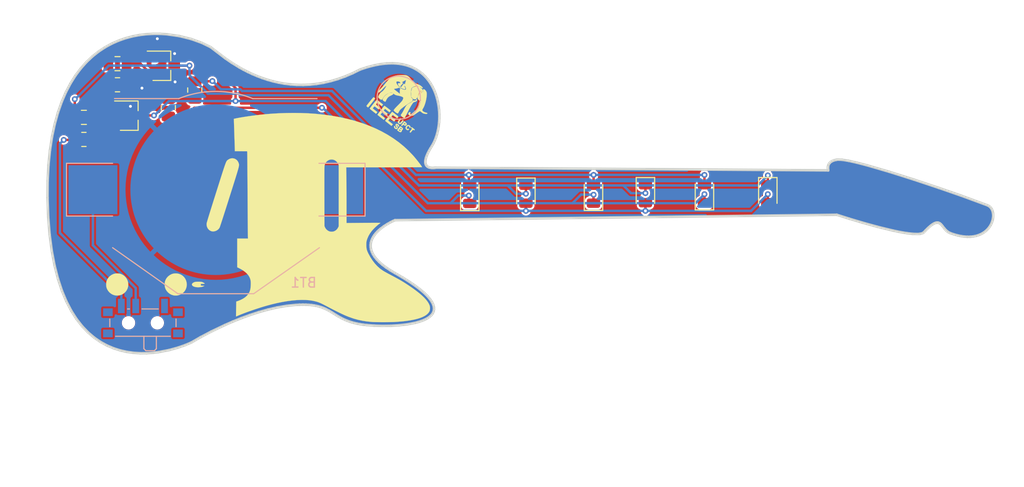
<source format=kicad_pcb>
(kicad_pcb (version 20221018) (generator pcbnew)
  (layers (0 "F.Cu" signal) (31 "B.Cu" signal) (34 "B.Paste" user) (35 "F.Paste" user) (36 "B.SilkS" user "B.Silkscreen") (37 "F.SilkS" user "F.Silkscreen") (38 "B.Mask" user) (39 "F.Mask" user) (44 "Edge.Cuts" user))
  (net 0 "")
  (net 1 "/sw_on")
  (net 2 "/leds_b")
  (net 3 "/leds_a")
  (net 4 "/chr_a")
  (net 5 "/chr_b")
  (net 6 "/k_b")
  (net 7 "/k_a")
  (net 8 "GND")
  (net 9 "+3V0")
  (footprint "Capacitor_SMD:C_0805_2012Metric" (layer "F.Cu") (at 95.1 47.8)
    (fp_text reference "C1" hide)
    (fp_text value "10uF" hide)
    (pad "1" smd roundrect (at -0.95 0) (size 1 1.45) (layers "F.Cu" "F.Paste" "F.Mask") (net 6 "/k_b"))
    (pad "2" smd roundrect (at 0.95 0) (size 1 1.45) (layers "F.Cu" "F.Paste" "F.Mask") (net 4 "/chr_a"))
  )
  (footprint "Capacitor_SMD:C_0805_2012Metric" (layer "F.Cu") (at 98.6 42.2)
    (fp_text reference "C2" hide)
    (fp_text value "10uF" hide)
    (pad "1" smd roundrect (at -0.95 0) (size 1 1.45) (layers "F.Cu" "F.Paste" "F.Mask") (net 7 "/k_a"))
    (pad "2" smd roundrect (at 0.95 0) (size 1 1.45) (layers "F.Cu" "F.Paste" "F.Mask") (net 5 "/chr_b"))
  )
  (footprint "Resistor_SMD:R_0805_2012Metric" (layer "F.Cu") (at 98.6 44.4)
    (fp_text reference "R4" hide)
    (fp_text value "82K" hide)
    (pad "1" smd roundrect (at -0.9125 0) (size 1.025 1.4) (layers "F.Cu" "F.Paste" "F.Mask") (roundrect_rratio 0.243902) (net 1 "/sw_on"))
    (pad "2" smd roundrect (at 0.9125 0) (size 1.025 1.4) (layers "F.Cu" "F.Paste" "F.Mask") (roundrect_rratio 0.243902) (net 5 "/chr_b"))
  )
  (footprint "LED_SMD:LED_0805_2012Metric" (layer "F.Cu") (at 153.6 55.7625 -90)
    (fp_text reference "D2" hide)
    (fp_text value "LED" hide)
    (pad "1" smd roundrect (at -0.9375 0 270) (size 0.975 1.4) (layers "F.Cu" "F.Paste" "F.Mask") (net 6 "/k_b"))
    (pad "2" smd roundrect (at 0.9375 0 270) (size 0.975 1.4) (layers "F.Cu" "F.Paste" "F.Mask") (net 2 "/leds_b"))
  )
  (footprint "Package_TO_SOT_SMD:TSOT-23" (layer "F.Cu") (at 103.2 42.4)
    (fp_text reference "Q1" hide)
    (fp_text value "2N3904" hide)
    (pad "1" smd rect (at -1.31 -0.95) (size 1.22 0.65) (layers "F.Cu" "F.Paste" "F.Mask") (net 8 "GND"))
    (pad "2" smd rect (at -1.31 0.95) (size 1.22 0.65) (layers "F.Cu" "F.Paste" "F.Mask") (net 5 "/chr_b"))
    (pad "3" smd rect (at 1.31 0) (size 1.22 0.65) (layers "F.Cu" "F.Paste" "F.Mask") (net 6 "/k_b"))
  )
  (footprint "LED_SMD:LED_0805_2012Metric" (layer "F.Cu") (at 141.15 55.8125 -90)
    (fp_text reference "D1" hide)
    (fp_text value "LED" hide)
    (pad "1" smd roundrect (at -0.9375 0 270) (size 0.975 1.4) (layers "F.Cu" "F.Paste" "F.Mask") (net 6 "/k_b"))
    (pad "2" smd roundrect (at 0.9375 0 270) (size 0.975 1.4) (layers "F.Cu" "F.Paste" "F.Mask") (net 2 "/leds_b"))
  )
  (footprint "LED_SMD:LED_0805_2012Metric" (layer "F.Cu") (at 135.3 55.8375 90)
    (fp_text reference "D6" hide)
    (fp_text value "LED" hide)
    (pad "1" smd roundrect (at -0.9375 0 90) (size 0.975 1.4) (layers "F.Cu" "F.Paste" "F.Mask") (net 7 "/k_a"))
    (pad "2" smd roundrect (at 0.9375 0 90) (size 0.975 1.4) (layers "F.Cu" "F.Paste" "F.Mask") (net 3 "/leds_a"))
  )
  (footprint "Resistor_SMD:R_0805_2012Metric" (layer "F.Cu") (at 106.65 44.95 90)
    (fp_text reference "R2" hide)
    (fp_text value "1K" hide)
    (pad "1" smd roundrect (at -0.9125 0 90) (size 1.025 1.4) (layers "F.Cu" "F.Paste" "F.Mask") (roundrect_rratio 0.243902) (net 1 "/sw_on"))
    (pad "2" smd roundrect (at 0.9125 0 90) (size 1.025 1.4) (layers "F.Cu" "F.Paste" "F.Mask") (roundrect_rratio 0.243902) (net 3 "/leds_a"))
  )
  (footprint "LED_SMD:LED_0805_2012Metric" (layer "F.Cu") (at 148.19 55.8125 90)
    (fp_text reference "D4" hide)
    (fp_text value "LED" hide)
    (pad "1" smd roundrect (at -0.9375 0 90) (size 0.975 1.4) (layers "F.Cu" "F.Paste" "F.Mask") (net 7 "/k_a"))
    (pad "2" smd roundrect (at 0.9375 0 90) (size 0.975 1.4) (layers "F.Cu" "F.Paste" "F.Mask") (net 3 "/leds_a"))
  )
  (footprint "Package_TO_SOT_SMD:TSOT-23" (layer "F.Cu") (at 99.8 47.6)
    (fp_text reference "Q2" hide)
    (fp_text value "2N3904" hide)
    (pad "1" smd rect (at -1.31 -0.95) (size 1.22 0.65) (layers "F.Cu" "F.Paste" "F.Mask") (net 8 "GND"))
    (pad "2" smd rect (at -1.31 0.95) (size 1.22 0.65) (layers "F.Cu" "F.Paste" "F.Mask") (net 4 "/chr_a"))
    (pad "3" smd rect (at 1.31 0) (size 1.22 0.65) (layers "F.Cu" "F.Paste" "F.Mask") (net 7 "/k_a"))
  )
  (footprint "proyecto_rock:metal" (layer "F.Cu") (at 142.14 59.28)
    (fp_text reference "Ref**" hide)
    (fp_text value "Val**" hide)
  )
  (footprint "proyecto_rock:serigrafia" (layer "F.Cu") (at 114.29 56.27)
    (fp_text reference "Ref**" hide)
    (fp_text value "Val**" hide)
  )
  (footprint "Resistor_SMD:R_0805_2012Metric" (layer "F.Cu") (at 103.9 46.8 -90)
    (fp_text reference "R1" hide)
    (fp_text value "1K" hide)
    (pad "1" smd roundrect (at -0.9125 0 270) (size 1.025 1.4) (layers "F.Cu" "F.Paste" "F.Mask") (roundrect_rratio 0.243902) (net 1 "/sw_on"))
    (pad "2" smd roundrect (at 0.9125 0 270) (size 1.025 1.4) (layers "F.Cu" "F.Paste" "F.Mask") (roundrect_rratio 0.243902) (net 2 "/leds_b"))
  )
  (footprint "Resistor_SMD:R_0805_2012Metric" (layer "F.Cu") (at 95.1 50.1)
    (fp_text reference "R3" hide)
    (fp_text value "82K" hide)
    (pad "1" smd roundrect (at -0.9125 0) (size 1.025 1.4) (layers "F.Cu" "F.Paste" "F.Mask") (roundrect_rratio 0.243902) (net 1 "/sw_on"))
    (pad "2" smd roundrect (at 0.9125 0) (size 1.025 1.4) (layers "F.Cu" "F.Paste" "F.Mask") (roundrect_rratio 0.243902) (net 4 "/chr_a"))
  )
  (footprint "LED_SMD:LED_0805_2012Metric" (layer "F.Cu") (at 159.75 55.7625 90)
    (fp_text reference "D5" hide)
    (fp_text value "LED" hide)
    (pad "1" smd roundrect (at -0.9375 0 90) (size 0.975 1.4) (layers "F.Cu" "F.Paste" "F.Mask") (net 7 "/k_a"))
    (pad "2" smd roundrect (at 0.9375 0 90) (size 0.975 1.4) (layers "F.Cu" "F.Paste" "F.Mask") (net 3 "/leds_a"))
  )
  (footprint "LED_SMD:LED_0805_2012Metric" (layer "F.Cu") (at 166.35 55.7625 -90)
    (fp_text reference "D3" hide)
    (fp_text value "LED" hide)
    (pad "1" smd roundrect (at -0.9375 0 270) (size 0.975 1.4) (layers "F.Cu" "F.Paste" "F.Mask") (net 6 "/k_b"))
    (pad "2" smd roundrect (at 0.9375 0 270) (size 0.975 1.4) (layers "F.Cu" "F.Paste" "F.Mask") (net 2 "/leds_b"))
  )
  (footprint "Button_Switch_SMD:SW_SPDT_PCM12" (layer "B.Cu") (at 101.25 68.9 180)
    (fp_text reference "SW1" hide)
    (fp_text value "SW_SPDT" hide)
    (pad "" smd rect (at -3.65 -1.43 180) (size 1 0.8) (layers "B.Cu" "B.Paste" "B.Mask"))
    (pad "" smd rect (at -3.65 0.78 180) (size 1 0.8) (layers "B.Cu" "B.Paste" "B.Mask"))
    (pad "" np_thru_hole circle (at -1.5 -0.33 180) (size 0.9 0.9) (drill 0.9) (layers "*.Cu" "*.Mask"))
    (pad "" np_thru_hole circle (at 1.5 -0.33 180) (size 0.9 0.9) (drill 0.9) (layers "*.Cu" "*.Mask"))
    (pad "" smd rect (at 3.65 -1.43 180) (size 1 0.8) (layers "B.Cu" "B.Paste" "B.Mask"))
    (pad "" smd rect (at 3.65 0.78 180) (size 1 0.8) (layers "B.Cu" "B.Paste" "B.Mask"))
    (pad "1" smd rect (at 2.25 1.43 180) (size 0.7 1.5) (layers "B.Cu" "B.Paste" "B.Mask") (net 1 "/sw_on"))
    (pad "2" smd rect (at 0.75 1.43 180) (size 0.7 1.5) (layers "B.Cu" "B.Paste" "B.Mask") (net 9 "+3V0"))
    (pad "3" smd rect (at -2.25 1.43 180) (size 0.7 1.5) (layers "B.Cu" "B.Paste" "B.Mask"))
  )
  (footprint "TestPoint:TestPoint_Pad_D4.0mm" (layer "B.Cu") (at 127.9 45.75 180)
    (fp_text reference "REF**" hide)
    (fp_text value "TestPoint_Pad_D4.0mm" hide)
    (pad "1" smd circle (at 0 0 180) (size 4 4) (layers "B.Cu" "B.Mask") (net 8 "GND"))
  )
  (footprint "Battery:BatteryHolder_Keystone_3002_1x2032" (layer "B.Cu") (at 108.84 55.34 180)
    (fp_text reference "BT1" (at -9.15 -9.7) (layer "B.SilkS") (effects (justify mirror)))
    (fp_text value "Battery_Cell" hide)
    (pad "1" smd rect (at -12.8 0 180) (size 5.1 5.1) (layers "B.Cu" "B.Paste" "B.Mask"))
    (pad "1" smd rect (at 12.8 0 180) (size 5.1 5.1) (layers "B.Cu" "B.Paste" "B.Mask") (net 9 "+3V0"))
    (pad "2" smd circle (at 0 0 180) (size 17.8 17.8) (layers "B.Cu" "B.Mask") (net 8 "GND"))
  )
  (gr_line (start 128.989817 64.92728) (end 129.590425 65.336647) (stroke (width 0.264582)) (layer "Edge.Cuts"))
  (gr_line (start 186.488893 60.185484) (end 186.134719 60.111578) (stroke (width 0.264582)) (layer "Edge.Cuts"))
  (gr_line (start 176.633637 52.781143) (end 178.987844 53.466346) (stroke (width 0.264582)) (layer "Edge.Cuts"))
  (gr_line (start 100.289593 72.35836) (end 99.602839 72.264099) (stroke (width 0.264582)) (layer "Edge.Cuts"))
  (gr_line (start 125.053427 60.665064) (end 124.997379 60.879842) (stroke (width 0.264582)) (layer "Edge.Cuts"))
  (gr_line (start 97.526504 71.602102) (end 96.846737 71.232569) (stroke (width 0.264582)) (layer "Edge.Cuts"))
  (gr_line (start 131.902061 49.496745) (end 131.791937 49.857496) (stroke (width 0.264582)) (layer "Edge.Cuts"))
  (gr_line (start 117.94028 44.414231) (end 118.62632 44.383948) (stroke (width 0.264582)) (layer "Edge.Cuts"))
  (gr_line (start 98.725393 39.78934) (end 99.439064 39.541063) (stroke (width 0.264582)) (layer "Edge.Cuts"))
  (gr_line (start 123.27779 69.246356) (end 123.012424 69.174198) (stroke (width 0.264582)) (layer "Edge.Cuts"))
  (gr_line (start 185.093179 59.727855) (end 185.014466 59.667099) (stroke (width 0.264582)) (layer "Edge.Cuts"))
  (gr_line (start 172.612264 53.008681) (end 172.616401 52.96285) (stroke (width 0.264582)) (layer "Edge.Cuts"))
  (gr_line (start 132.060378 48.723678) (end 131.991799 49.117822) (stroke (width 0.264582)) (layer "Edge.Cuts"))
  (gr_line (start 130.836056 52.881609) (end 130.89109 52.928104) (stroke (width 0.264582)) (layer "Edge.Cuts"))
  (gr_line (start 131.51362 50.512676) (end 131.346972 50.801202) (stroke (width 0.264582)) (layer "Edge.Cuts"))
  (gr_line (start 186.449966 55.943573) (end 189.250918 56.975098) (stroke (width 0.264582)) (layer "Edge.Cuts"))
  (gr_line (start 130.68773 52.604178) (end 130.711882 52.688551) (stroke (width 0.264582)) (layer "Edge.Cuts"))
  (gr_line (start 94.918819 69.583016) (end 94.33101 68.830384) (stroke (width 0.264582)) (layer "Edge.Cuts"))
  (gr_line (start 120.787389 44.024757) (end 121.540077 43.805174) (stroke (width 0.264582)) (layer "Edge.Cuts"))
  (gr_line (start 184.119409 58.788723) (end 184.048694 58.776271) (stroke (width 0.264582)) (layer "Edge.Cuts"))
  (gr_line (start 189.250918 56.975098) (end 189.372974 57.038715) (stroke (width 0.264582)) (layer "Edge.Cuts"))
  (gr_line (start 130.787124 52.826617) (end 130.836056 52.881609) (stroke (width 0.264582)) (layer "Edge.Cuts"))
  (gr_line (start 130.745373 52.762481) (end 130.787124 52.826617) (stroke (width 0.264582)) (layer "Edge.Cuts"))
  (gr_line (start 109.804041 69.451363) (end 108.373849 70.134567) (stroke (width 0.264582)) (layer "Edge.Cuts"))
  (gr_line (start 183.604725 58.902153) (end 183.493207 58.971738) (stroke (width 0.264582)) (layer "Edge.Cuts"))
  (gr_line (start 183.972838 58.77507) (end 183.891177 58.786089) (stroke (width 0.264582)) (layer "Edge.Cuts"))
  (gr_line (start 121.934867 68.741126) (end 121.586809 68.547324) (stroke (width 0.264582)) (layer "Edge.Cuts"))
  (gr_line (start 99.602839 72.264099) (end 98.909866 72.111128) (stroke (width 0.264582)) (layer "Edge.Cuts"))
  (gr_line (start 126.70709 58.929263) (end 126.359282 59.151697) (stroke (width 0.264582)) (layer "Edge.Cuts"))
  (gr_line (start 172.616099 53.171196) (end 172.610824 53.094769) (stroke (width 0.264582)) (layer "Edge.Cuts"))
  (gr_line (start 172.646796 52.818213) (end 172.664121 52.768733) (stroke (width 0.264582)) (layer "Edge.Cuts"))
  (gr_line (start 183.372565 59.058387) (end 183.242135 59.163067) (stroke (width 0.264582)) (layer "Edge.Cuts"))
  (gr_line (start 128.781372 69.387435) (end 127.933441 69.485605) (stroke (width 0.264582)) (layer "Edge.Cuts"))
  (gr_line (start 184.048694 58.776271) (end 183.972838 58.77507) (stroke (width 0.264582)) (layer "Edge.Cuts"))
  (gr_line (start 131.991799 49.117822) (end 131.902061 49.496745) (stroke (width 0.264582)) (layer "Edge.Cuts"))
  (gr_line (start 173.052053 52.360027) (end 173.127528 52.324807) (stroke (width 0.264582)) (layer "Edge.Cuts"))
  (gr_line (start 189.629201 58.909393) (end 189.540262 59.076834) (stroke (width 0.264582)) (layer "Edge.Cuts"))
  (gr_line (start 122.76606 69.096281) (end 122.536909 69.013311) (stroke (width 0.264582)) (layer "Edge.Cuts"))
  (gr_line (start 189.771144 57.593676) (end 189.807096 57.740695) (stroke (width 0.264582)) (layer "Edge.Cuts"))
  (gr_line (start 189.174193 59.544219) (end 189.018486 59.682965) (stroke (width 0.264582)) (layer "Edge.Cuts"))
  (gr_line (start 131.528882 68.056646) (end 131.429034 68.261691) (stroke (width 0.264582)) (layer "Edge.Cuts"))
  (gr_line (start 185.368823 59.87497) (end 185.269694 59.832759) (stroke (width 0.264582)) (layer "Edge.Cuts"))
  (gr_line (start 120.31122 67.795552) (end 120.135405 67.715848) (stroke (width 0.264582)) (layer "Edge.Cuts"))
  (gr_line (start 117.272388 44.404994) (end 117.94028 44.414231) (stroke (width 0.264582)) (layer "Edge.Cuts"))
  (gr_line (start 119.076665 67.414237) (end 118.816474 67.37823) (stroke (width 0.264582)) (layer "Edge.Cuts"))
  (gr_line (start 130.850474 68.774346) (end 130.577341 68.912884) (stroke (width 0.264582)) (layer "Edge.Cuts"))
  (gr_line (start 173.127528 52.324807) (end 173.210797 52.29285) (stroke (width 0.264582)) (layer "Edge.Cuts"))
  (gr_line (start 173.510961 52.219897) (end 173.629 52.204331) (stroke (width 0.264582)) (layer "Edge.Cuts"))
  (gr_line (start 124.976426 61.334293) (end 125.017807 61.573453) (stroke (width 0.264582)) (layer "Edge.Cuts"))
  (gr_line (start 130.270431 69.036155) (end 129.933561 69.144702) (stroke (width 0.264582)) (layer "Edge.Cuts"))
  (gr_line (start 182.609271 59.781471) (end 182.509379 59.856208) (stroke (width 0.264582)) (layer "Edge.Cuts"))
  (gr_line (start 188.845638 59.810484) (end 188.655467 59.925156) (stroke (width 0.264582)) (layer "Edge.Cuts"))
  (gr_line (start 187.438477 60.249062) (end 187.140592 60.252605) (stroke (width 0.264582)) (layer "Edge.Cuts"))
  (gr_line (start 125.135665 60.458927) (end 125.053427 60.665064) (stroke (width 0.264582)) (layer "Edge.Cuts"))
  (gr_line (start 131.197425 44.22772) (end 131.412559 44.59448) (stroke (width 0.264582)) (layer "Edge.Cuts"))
  (gr_line (start 183.101255 59.286746) (end 182.94926 59.430395) (stroke (width 0.264582)) (layer "Edge.Cuts"))
  (gr_line (start 110.613933 69.09874) (end 109.804041 69.451363) (stroke (width 0.264582)) (layer "Edge.Cuts"))
  (gr_line (start 98.215984 71.892709) (end 97.526504 71.602102) (stroke (width 0.264582)) (layer "Edge.Cuts"))
  (gr_line (start 131.634749 53.059651) (end 131.721152 53.046266) (stroke (width 0.264582)) (layer "Edge.Cuts"))
  (gr_line (start 183.891177 58.786089) (end 183.803047 58.810297) (stroke (width 0.264582)) (layer "Edge.Cuts"))
  (gr_line (start 106.277093 71.28742) (end 105.646699 71.554553) (stroke (width 0.264582)) (layer "Edge.Cuts"))
  (gr_line (start 131.361437 67.051174) (end 131.495959 67.331423) (stroke (width 0.264582)) (layer "Edge.Cuts"))
  (gr_line (start 117.175007 67.358551) (end 116.207986 67.45909) (stroke (width 0.264582)) (layer "Edge.Cuts"))
  (gr_line (start 125.602376 62.603669) (end 125.868995 62.878334) (stroke (width 0.264582)) (layer "Edge.Cuts"))
  (gr_line (start 103.02021 39.086968) (end 103.711626 39.128903) (stroke (width 0.264582)) (layer "Edge.Cuts"))
  (gr_line (start 101.623198 72.39771) (end 100.964816 72.400651) (stroke (width 0.264582)) (layer "Edge.Cuts"))
  (gr_line (start 114.794213 44.035268) (end 115.383559 44.171372) (stroke (width 0.264582)) (layer "Edge.Cuts"))
  (gr_line (start 188.222438 60.109472) (end 187.97922 60.175874) (stroke (width 0.264582)) (layer "Edge.Cuts"))
  (gr_line (start 100.964816 72.400651) (end 100.289593 72.35836) (stroke (width 0.264582)) (layer "Edge.Cuts"))
  (gr_line (start 123.563944 69.312051) (end 123.27779 69.246356) (stroke (width 0.264582)) (layer "Edge.Cuts"))
  (gr_line (start 176.185118 58.774179) (end 174.83519 58.370195) (stroke (width 0.264582)) (layer "Edge.Cuts"))
  (gr_line (start 189.828066 57.895941) (end 189.833875 58.057793) (stroke (width 0.264582)) (layer "Edge.Cuts"))
  (gr_line (start 130.673995 52.508713) (end 130.68773 52.604178) (stroke (width 0.264582)) (layer "Edge.Cuts"))
  (gr_line (start 131.754638 45.376791) (end 131.883128 45.786439) (stroke (width 0.264582)) (layer "Edge.Cuts"))
  (gr_line (start 189.824343 58.224628) (end 189.79929 58.394827) (stroke (width 0.264582)) (layer "Edge.Cuts"))
  (gr_line (start 184.41909 58.985862) (end 184.364127 58.931679) (stroke (width 0.264582)) (layer "Edge.Cuts"))
  (gr_line (start 130.103807 65.723135) (end 130.533781 66.087288) (stroke (width 0.264582)) (layer "Edge.Cuts"))
  (gr_line (start 123.886813 42.803163) (end 124.639427 42.557011) (stroke (width 0.264582)) (layer "Edge.Cuts"))
  (gr_line (start 184.364127 58.931679) (end 184.307341 58.883905) (stroke (width 0.264582)) (layer "Edge.Cuts"))
  (gr_line (start 131.883128 45.786439) (end 131.984281 46.204479) (stroke (width 0.264582)) (layer "Edge.Cuts"))
  (gr_line (start 180.837321 59.879908) (end 180.132751 59.761158) (stroke (width 0.264582)) (layer "Edge.Cuts"))
  (gr_line (start 112.176236 43.058488) (end 112.654015 43.282939) (stroke (width 0.264582)) (layer "Edge.Cuts"))
  (gr_line (start 131.068618 51.267789) (end 130.960172 51.475357) (stroke (width 0.264582)) (layer "Edge.Cuts"))
  (gr_line (start 184.185646 58.811459) (end 184.119409 58.788723) (stroke (width 0.264582)) (layer "Edge.Cuts"))
  (gr_line (start 119.543242 67.51268) (end 119.318325 67.459288) (stroke (width 0.264582)) (layer "Edge.Cuts"))
  (gr_line (start 117.906845 67.331533) (end 117.55466 67.338757) (stroke (width 0.264582)) (layer "Edge.Cuts"))
  (gr_line (start 179.369337 59.603742) (end 177.757552 59.210263) (stroke (width 0.264582)) (layer "Edge.Cuts"))
  (gr_line (start 122.307941 43.530462) (end 123.090384 43.197499) (stroke (width 0.264582)) (layer "Edge.Cuts"))
  (gr_line (start 103.711626 39.128903) (end 105.038364 39.317296) (stroke (width 0.264582)) (layer "Edge.Cuts"))
  (gr_line (start 100.880695 39.212554) (end 101.600835 39.125264) (stroke (width 0.264582)) (layer "Edge.Cuts"))
  (gr_line (start 131.662199 50.197124) (end 131.51362 50.512676) (stroke (width 0.264582)) (layer "Edge.Cuts"))
  (gr_line (start 189.481129 57.120286) (end 189.575204 57.218188) (stroke (width 0.264582)) (layer "Edge.Cuts"))
  (gr_line (start 127.245228 42.158107) (end 127.799375 42.19005) (stroke (width 0.264582)) (layer "Edge.Cuts"))
  (gr_line (start 189.540262 59.076834) (end 189.434901 59.239533) (stroke (width 0.264582)) (layer "Edge.Cuts"))
  (gr_line (start 101.600835 39.125264) (end 102.31531 39.084579) (stroke (width 0.264582)) (layer "Edge.Cuts"))
  (gr_line (start 132.107027 48.317265) (end 132.060378 48.723678) (stroke (width 0.264582)) (layer "Edge.Cuts"))
  (gr_line (start 99.439064 39.541063) (end 100.158802 39.349977) (stroke (width 0.264582)) (layer "Edge.Cuts"))
  (gr_line (start 189.312938 59.395868) (end 189.174193 59.544219) (stroke (width 0.264582)) (layer "Edge.Cuts"))
  (gr_line (start 120.05047 44.192333) (end 120.787389 44.024757) (stroke (width 0.264582)) (layer "Edge.Cuts"))
  (gr_line (start 127.933441 69.485605) (end 127.057297 69.537928) (stroke (width 0.264582)) (layer "Edge.Cuts"))
  (gr_line (start 130.951865 43.88116) (end 131.197425 44.22772) (stroke (width 0.264582)) (layer "Edge.Cuts"))
  (gr_line (start 94.33101 68.830384) (end 93.779467 67.96513) (stroke (width 0.264582)) (layer "Edge.Cuts"))
  (gr_line (start 188.447794 60.025359) (end 188.222438 60.109472) (stroke (width 0.264582)) (layer "Edge.Cuts"))
  (gr_line (start 111.722556 42.825732) (end 112.176236 43.058488) (stroke (width 0.264582)) (layer "Edge.Cuts"))
  (gr_line (start 174.763799 52.328095) (end 175.622505 52.519529) (stroke (width 0.264582)) (layer "Edge.Cuts"))
  (gr_line (start 172.868788 52.481926) (end 172.923042 52.438921) (stroke (width 0.264582)) (layer "Edge.Cuts"))
  (gr_line (start 102.31531 39.084579) (end 103.02021 39.086968) (stroke (width 0.264582)) (layer "Edge.Cuts"))
  (gr_line (start 131.015149 52.998205) (end 131.082016 53.023108) (stroke (width 0.264582)) (layer "Edge.Cuts"))
  (gr_line (start 186.134719 60.111578) (end 185.761422 60.008614) (stroke (width 0.264582)) (layer "Edge.Cuts"))
  (gr_line (start 130.89109 52.928104) (end 130.951147 52.966754) (stroke (width 0.264582)) (layer "Edge.Cuts"))
  (gr_line (start 124.205766 69.421229) (end 123.872674 69.370577) (stroke (width 0.264582)) (layer "Edge.Cuts"))
  (gr_line (start 174.83519 58.370195) (end 173.535464 57.957359) (stroke (width 0.264582)) (layer "Edge.Cuts"))
  (gr_line (start 125.350804 42.372381) (end 126.021715 42.246321) (stroke (width 0.264582)) (layer "Edge.Cuts"))
  (gr_line (start 91.529204 60.031146) (end 91.380226 58.188841) (stroke (width 0.264582)) (layer "Edge.Cuts"))
  (gr_line (start 183.242135 59.163067) (end 183.101255 59.286746) (stroke (width 0.264582)) (layer "Edge.Cuts"))
  (gr_line (start 115.993433 44.280443) (end 116.623241 44.359357) (stroke (width 0.264582)) (layer "Edge.Cuts"))
  (gr_line (start 125.09795 61.820227) (end 125.219997 62.074359) (stroke (width 0.264582)) (layer "Edge.Cuts"))
  (gr_line (start 131.421572 53.072113) (end 131.539691 53.068594) (stroke (width 0.264582)) (layer "Edge.Cuts"))
  (gr_line (start 189.701899 58.73883) (end 189.629201 58.909393) (stroke (width 0.264582)) (layer "Edge.Cuts"))
  (gr_line (start 95.384881 42.012113) (end 96.00957 41.424943) (stroke (width 0.264582)) (layer "Edge.Cuts"))
  (gr_line (start 130.533781 66.087288) (end 130.884166 66.42965) (stroke (width 0.264582)) (layer "Edge.Cuts"))
  (gr_line (start 130.870775 51.666641) (end 130.799347 51.842289) (stroke (width 0.264582)) (layer "Edge.Cuts"))
  (gr_line (start 96.00957 41.424943) (end 96.659876 40.912609) (stroke (width 0.264582)) (layer "Edge.Cuts"))
  (gr_line (start 131.566162 67.592056) (end 131.575863 67.833616) (stroke (width 0.264582)) (layer "Edge.Cuts"))
  (gr_line (start 185.761422 60.008614) (end 185.368823 59.87497) (stroke (width 0.264582)) (layer "Edge.Cuts"))
  (gr_line (start 127.008277 63.739287) (end 127.511656 64.037735) (stroke (width 0.264582)) (layer "Edge.Cuts"))
  (gr_line (start 132.05887 46.627961) (end 132.107667 47.053932) (stroke (width 0.264582)) (layer "Edge.Cuts"))
  (gr_line (start 119.329915 44.311022) (end 120.05047 44.192333) (stroke (width 0.264582)) (layer "Edge.Cuts"))
  (gr_line (start 126.021715 42.246321) (end 126.652932 42.17588) (stroke (width 0.264582)) (layer "Edge.Cuts"))
  (gr_line (start 121.586809 68.547324) (end 120.954282 68.155472) (stroke (width 0.264582)) (layer "Edge.Cuts"))
  (gr_line (start 131.346972 50.801202) (end 131.197192 51.043287) (stroke (width 0.264582)) (layer "Edge.Cuts"))
  (gr_line (start 130.74481 52.00295) (end 130.706086 52.149274) (stroke (width 0.264582)) (layer "Edge.Cuts"))
  (gr_line (start 131.197192 51.043287) (end 131.068618 51.267789) (stroke (width 0.264582)) (layer "Edge.Cuts"))
  (gr_line (start 111.474484 68.752112) (end 110.613933 69.09874) (stroke (width 0.264582)) (layer "Edge.Cuts"))
  (gr_line (start 184.248069 58.843509) (end 184.185646 58.811459) (stroke (width 0.264582)) (layer "Edge.Cuts"))
  (gr_line (start 119.318325 67.459288) (end 119.076665 67.414237) (stroke (width 0.264582)) (layer "Edge.Cuts"))
  (gr_line (start 105.038364 39.317296) (end 106.264243 39.621524) (stroke (width 0.264582)) (layer "Edge.Cuts"))
  (gr_line (start 122.536909 69.013311) (end 122.323184 68.925991) (stroke (width 0.264582)) (layer "Edge.Cuts"))
  (gr_line (start 189.79929 58.394827) (end 189.758535 58.566768) (stroke (width 0.264582)) (layer "Edge.Cuts"))
  (gr_line (start 118.816474 67.37823) (end 118.535965 67.351974) (stroke (width 0.264582)) (layer "Edge.Cuts"))
  (gr_line (start 131.495959 67.331423) (end 131.566162 67.592056) (stroke (width 0.264582)) (layer "Edge.Cuts"))
  (gr_line (start 92.395544 64.626242) (end 92.042174 63.243108) (stroke (width 0.264582)) (layer "Edge.Cuts"))
  (gr_line (start 189.434901 59.239533) (end 189.312938 59.395868) (stroke (width 0.264582)) (layer "Edge.Cuts"))
  (gr_line (start 127.511656 64.037735) (end 128.298167 64.49449) (stroke (width 0.264582)) (layer "Edge.Cuts"))
  (gr_line (start 129.590425 65.336647) (end 130.103807 65.723135) (stroke (width 0.264582)) (layer "Edge.Cuts"))
  (gr_line (start 127.799375 42.19005) (end 128.316145 42.268757) (stroke (width 0.264582)) (layer "Edge.Cuts"))
  (gr_line (start 94.789718 42.677648) (end 95.384881 42.012113) (stroke (width 0.264582)) (layer "Edge.Cuts"))
  (gr_line (start 127.51166 58.518616) (end 127.276994 58.624015) (stroke (width 0.264582)) (layer "Edge.Cuts"))
  (gr_line (start 120.135405 67.715848) (end 119.949995 67.641665) (stroke (width 0.264582)) (layer "Edge.Cuts"))
  (gr_line (start 130.671757 52.401507) (end 130.673995 52.508713) (stroke (width 0.264582)) (layer "Edge.Cuts"))
  (gr_line (start 178.987844 53.466346) (end 181.575749 54.286572) (stroke (width 0.264582)) (layer "Edge.Cuts"))
  (gr_line (start 131.791937 49.857496) (end 131.662199 50.197124) (stroke (width 0.264582)) (layer "Edge.Cuts"))
  (gr_line (start 130.884166 66.42965) (end 131.158779 66.750764) (stroke (width 0.264582)) (layer "Edge.Cuts"))
  (gr_line (start 183.803047 58.810297) (end 183.707784 58.848662) (stroke (width 0.264582)) (layer "Edge.Cuts"))
  (gr_line (start 184.526201 59.10958) (end 184.41909 58.985862) (stroke (width 0.264582)) (layer "Edge.Cuts"))
  (gr_line (start 123.012424 69.174198) (end 122.76606 69.096281) (stroke (width 0.264582)) (layer "Edge.Cuts"))
  (gr_line (start 130.951147 52.966754) (end 131.015149 52.998205) (stroke (width 0.264582)) (layer "Edge.Cuts"))
  (gr_line (start 125.017807 61.573453) (end 125.09795 61.820227) (stroke (width 0.264582)) (layer "Edge.Cuts"))
  (gr_line (start 172.623295 52.915605) (end 172.633307 52.867281) (stroke (width 0.264582)) (layer "Edge.Cuts"))
  (gr_line (start 123.872674 69.370577) (end 123.563944 69.312051) (stroke (width 0.264582)) (layer "Edge.Cuts"))
  (gr_line (start 189.720392 57.456504) (end 189.771144 57.593676) (stroke (width 0.264582)) (layer "Edge.Cuts"))
  (gr_line (start 92.78254 46.194031) (end 93.220493 45.179741) (stroke (width 0.264582)) (layer "Edge.Cuts"))
  (gr_line (start 125.342539 69.522427) (end 124.565009 69.463303) (stroke (width 0.264582)) (layer "Edge.Cuts"))
  (gr_line (start 118.62632 44.383948) (end 119.329915 44.311022) (stroke (width 0.264582)) (layer "Edge.Cuts"))
  (gr_line (start 125.829711 59.566836) (end 125.663664 59.72592) (stroke (width 0.264582)) (layer "Edge.Cuts"))
  (gr_line (start 91.560601 51.246593) (end 91.778784 49.827084) (stroke (width 0.264582)) (layer "Edge.Cuts"))
  (gr_line (start 92.806424 65.869798) (end 92.395544 64.626242) (stroke (width 0.264582)) (layer "Edge.Cuts"))
  (gr_line (start 173.302219 52.26449) (end 173.402154 52.240061) (stroke (width 0.264582)) (layer "Edge.Cuts"))
  (gr_line (start 91.31 56.18) (end 91.322299 54.419522) (stroke (width 0.264582)) (layer "Edge.Cuts"))
  (gr_line (start 189.807096 57.740695) (end 189.828066 57.895941) (stroke (width 0.264582)) (layer "Edge.Cuts"))
  (gr_line (start 122.323184 68.925991) (end 121.934867 68.741126) (stroke (width 0.264582)) (layer "Edge.Cuts"))
  (gr_line (start 120.954282 68.155472) (end 120.641217 67.9687) (stroke (width 0.264582)) (layer "Edge.Cuts"))
  (gr_line (start 132.130973 47.901536) (end 132.107027 48.317265) (stroke (width 0.264582)) (layer "Edge.Cuts"))
  (gr_line (start 131.082016 53.023108) (end 131.150669 53.042112) (stroke (width 0.264582)) (layer "Edge.Cuts"))
  (gr_line (start 130.799347 51.842289) (end 130.74481 52.00295) (stroke (width 0.264582)) (layer "Edge.Cuts"))
  (gr_line (start 174.088853 52.218982) (end 174.763799 52.328095) (stroke (width 0.264582)) (layer "Edge.Cuts"))
  (gr_line (start 119.753203 67.573707) (end 119.543242 67.51268) (stroke (width 0.264582)) (layer "Edge.Cuts"))
  (gr_line (start 172.616401 52.96285) (end 172.623295 52.915605) (stroke (width 0.264582)) (layer "Edge.Cuts"))
  (gr_line (start 118.233351 67.336173) (end 117.906845 67.331533) (stroke (width 0.264582)) (layer "Edge.Cuts"))
  (gr_line (start 128.796311 42.391276) (end 129.240645 42.554656) (stroke (width 0.264582)) (layer "Edge.Cuts"))
  (gr_line (start 104.922434 71.807601) (end 103.982105 72.068418) (stroke (width 0.264582)) (layer "Edge.Cuts"))
  (gr_line (start 189.655018 57.330801) (end 189.720392 57.456504) (stroke (width 0.264582)) (layer "Edge.Cuts"))
  (gr_line (start 91.322299 54.419522) (end 91.407136 52.776229) (stroke (width 0.264582)) (layer "Edge.Cuts"))
  (gr_line (start 124.997379 60.879842) (end 124.970665 61.103003) (stroke (width 0.264582)) (layer "Edge.Cuts"))
  (gr_line (start 130.024906 42.992191) (end 130.366377 43.260444) (stroke (width 0.264582)) (layer "Edge.Cuts"))
  (gr_line (start 173.210797 52.29285) (end 173.302219 52.26449) (stroke (width 0.264582)) (layer "Edge.Cuts"))
  (gr_line (start 130.675106 43.557751) (end 130.951865 43.88116) (stroke (width 0.264582)) (layer "Edge.Cuts"))
  (gr_line (start 91.778784 49.827084) (end 92.057775 48.514173) (stroke (width 0.264582)) (layer "Edge.Cuts"))
  (gr_line (start 172.685643 52.719176) (end 172.711721 52.669876) (stroke (width 0.264582)) (layer "Edge.Cuts"))
  (gr_line (start 181.97835 59.964053) (end 181.460152 59.950652) (stroke (width 0.264582)) (layer "Edge.Cuts"))
  (gr_line (start 93.269502 66.980514) (end 92.806424 65.869798) (stroke (width 0.264582)) (layer "Edge.Cuts"))
  (gr_line (start 182.191057 59.946332) (end 181.97835 59.964053) (stroke (width 0.264582)) (layer "Edge.Cuts"))
  (gr_line (start 172.633307 52.867281) (end 172.646796 52.818213) (stroke (width 0.264582)) (layer "Edge.Cuts"))
  (gr_line (start 125.868995 62.878334) (end 126.190089 63.159329) (stroke (width 0.264582)) (layer "Edge.Cuts"))
  (gr_line (start 172.646792 53.32686) (end 172.635282 53.284381) (stroke (width 0.264582)) (layer "Edge.Cuts"))
  (gr_line (start 172.820889 52.526858) (end 172.868788 52.481926) (stroke (width 0.264582)) (layer "Edge.Cuts"))
  (gr_line (start 113.679487 43.694442) (end 114.225991 43.87525) (stroke (width 0.264582)) (layer "Edge.Cuts"))
  (gr_line (start 125.366141 60.073602) (end 125.24095 60.261687) (stroke (width 0.264582)) (layer "Edge.Cuts"))
  (gr_line (start 129.240645 42.554656) (end 129.649919 42.755945) (stroke (width 0.264582)) (layer "Edge.Cuts"))
  (gr_line (start 185.178034 59.783399) (end 185.093179 59.727855) (stroke (width 0.264582)) (layer "Edge.Cuts"))
  (gr_line (start 107.35798 40.013355) (end 108.288296 40.464556) (stroke (width 0.264582)) (layer "Edge.Cuts"))
  (gr_line (start 128.298167 64.49449) (end 128.989817 64.92728) (stroke (width 0.264582)) (layer "Edge.Cuts"))
  (gr_line (start 126.359282 59.151697) (end 126.003092 59.417934) (stroke (width 0.264582)) (layer "Edge.Cuts"))
  (gr_line (start 188.655467 59.925156) (end 188.447794 60.025359) (stroke (width 0.264582)) (layer "Edge.Cuts"))
  (gr_line (start 108.373849 70.134567) (end 107.259139 70.721676) (stroke (width 0.264582)) (layer "Edge.Cuts"))
  (gr_line (start 172.778985 52.573383) (end 172.820889 52.526858) (stroke (width 0.264582)) (layer "Edge.Cuts"))
  (gr_line (start 123.090384 43.197499) (end 123.886813 42.803163) (stroke (width 0.264582)) (layer "Edge.Cuts"))
  (gr_line (start 131.158779 66.750764) (end 131.361437 67.051174) (stroke (width 0.264582)) (layer "Edge.Cuts"))
  (gr_line (start 93.220493 45.179741) (end 93.703615 44.257934) (stroke (width 0.264582)) (layer "Edge.Cuts"))
  (gr_line (start 184.94123 59.602097) (end 184.872808 59.533819) (stroke (width 0.264582)) (layer "Edge.Cuts"))
  (gr_line (start 131.721156 53.046228) (end 172.646792 53.32686) (stroke (width 0.264582)) (layer "Edge.Cuts"))
  (gr_line (start 182.509379 59.856208) (end 182.369021 59.910772) (stroke (width 0.264582)) (layer "Edge.Cuts"))
  (gr_line (start 172.625211 53.235291) (end 172.616099 53.171196) (stroke (width 0.264582)) (layer "Edge.Cuts"))
  (gr_line (start 175.622505 52.519529) (end 176.633637 52.781143) (stroke (width 0.264582)) (layer "Edge.Cuts"))
  (gr_line (start 96.659876 40.912609) (end 97.331888 40.471584) (stroke (width 0.264582)) (layer "Edge.Cuts"))
  (gr_line (start 110.51205 42.108855) (end 111.293568 42.587794) (stroke (width 0.264582)) (layer "Edge.Cuts"))
  (gr_line (start 112.654015 43.282939) (end 113.155297 43.495965) (stroke (width 0.264582)) (layer "Edge.Cuts"))
  (gr_line (start 92.393663 47.304332) (end 92.78254 46.194031) (stroke (width 0.264582)) (layer "Edge.Cuts"))
  (gr_line (start 100.158802 39.349977) (end 100.880695 39.212554) (stroke (width 0.264582)) (layer "Edge.Cuts"))
  (gr_line (start 124.639427 42.557011) (end 125.350804 42.372381) (stroke (width 0.264582)) (layer "Edge.Cuts"))
  (gr_line (start 131.289021 53.065017) (end 131.421572 53.072113) (stroke (width 0.264582)) (layer "Edge.Cuts"))
  (gr_line (start 189.575204 57.218188) (end 189.655018 57.330801) (stroke (width 0.264582)) (layer "Edge.Cuts"))
  (gr_line (start 173.629 52.204331) (end 174.088853 52.218982) (stroke (width 0.264582)) (layer "Edge.Cuts"))
  (gr_line (start 173.402154 52.240061) (end 173.510961 52.219897) (stroke (width 0.264582)) (layer "Edge.Cuts"))
  (gr_line (start 182.94926 59.430395) (end 182.785486 59.59498) (stroke (width 0.264582)) (layer "Edge.Cuts"))
  (gr_line (start 172.635282 53.284381) (end 172.625211 53.235291) (stroke (width 0.264582)) (layer "Edge.Cuts"))
  (gr_line (start 91.751624 61.713656) (end 91.529204 60.031146) (stroke (width 0.264582)) (layer "Edge.Cuts"))
  (gr_line (start 126.652932 42.17588) (end 127.245228 42.158107) (stroke (width 0.264582)) (layer "Edge.Cuts"))
  (gr_line (start 109.836443 41.646645) (end 110.51205 42.108855) (stroke (width 0.264582)) (layer "Edge.Cuts"))
  (gr_line (start 172.923042 52.438921) (end 172.98401 52.398177) (stroke (width 0.264582)) (layer "Edge.Cuts"))
  (gr_line (start 105.646699 71.554553) (end 104.922434 71.807601) (stroke (width 0.264582)) (layer "Edge.Cuts"))
  (gr_line (start 115.383559 44.171372) (end 115.993433 44.280443) (stroke (width 0.264582)) (layer "Edge.Cuts"))
  (gr_line (start 96.181993 70.777369) (end 95.537584 70.229764) (stroke (width 0.264582)) (layer "Edge.Cuts"))
  (gr_line (start 172.610824 53.094769) (end 172.610525 53.052765) (stroke (width 0.264582)) (layer "Edge.Cuts"))
  (gr_line (start 126.183482 69.548752) (end 125.342539 69.522427) (stroke (width 0.264582)) (layer "Edge.Cuts"))
  (gr_line (start 177.757552 59.210263) (end 176.185118 58.774179) (stroke (width 0.264582)) (layer "Edge.Cuts"))
  (gr_line (start 95.537584 70.229764) (end 94.918819 69.583016) (stroke (width 0.264582)) (layer "Edge.Cuts"))
  (gr_line (start 121.540077 43.805174) (end 122.307941 43.530462) (stroke (width 0.264582)) (layer "Edge.Cuts"))
  (gr_line (start 184.307341 58.883905) (end 184.248069 58.843509) (stroke (width 0.264582)) (layer "Edge.Cuts"))
  (gr_line (start 186.824124 60.231953) (end 186.488893 60.185484) (stroke (width 0.264582)) (layer "Edge.Cuts"))
  (gr_line (start 108.288296 40.464556) (end 109.836443 41.646645) (stroke (width 0.264582)) (layer "Edge.Cuts"))
  (gr_line (start 184.747751 59.391306) (end 184.526201 59.10958) (stroke (width 0.264582)) (layer "Edge.Cuts"))
  (gr_line (start 111.293568 42.587794) (end 111.722556 42.825732) (stroke (width 0.264582)) (layer "Edge.Cuts"))
  (gr_line (start 130.577341 68.912884) (end 130.270431 69.036155) (stroke (width 0.264582)) (layer "Edge.Cuts"))
  (gr_line (start 184.14668 55.144691) (end 186.449966 55.943573) (stroke (width 0.264582)) (layer "Edge.Cuts"))
  (gr_line (start 131.721152 53.046266) (end 131.721156 53.046228) (stroke (width 0.264582)) (layer "Edge.Cuts"))
  (gr_line (start 172.664121 52.768733) (end 172.685643 52.719176) (stroke (width 0.264582)) (layer "Edge.Cuts"))
  (gr_line (start 131.086013 68.619997) (end 130.850474 68.774346) (stroke (width 0.264582)) (layer "Edge.Cuts"))
  (gr_line (start 126.190089 63.159329) (end 126.568802 63.446399) (stroke (width 0.264582)) (layer "Edge.Cuts"))
  (gr_line (start 113.309948 68.116861) (end 112.376291 68.421483) (stroke (width 0.264582)) (layer "Edge.Cuts"))
  (gr_line (start 117.55466 67.338757) (end 117.175007 67.358551) (stroke (width 0.264582)) (layer "Edge.Cuts"))
  (gr_line (start 114.266052 67.848251) (end 113.309948 68.116861) (stroke (width 0.264582)) (layer "Edge.Cuts"))
  (gr_line (start 173.535464 57.957359) (end 127.51166 58.518616) (stroke (width 0.264582)) (layer "Edge.Cuts"))
  (gr_line (start 98.021697 40.098337) (end 98.725393 39.78934) (stroke (width 0.264582)) (layer "Edge.Cuts"))
  (gr_line (start 127.021375 58.752685) (end 126.70709 58.929263) (stroke (width 0.264582)) (layer "Edge.Cuts"))
  (gr_line (start 102.259429 72.356277) (end 101.623198 72.39771) (stroke (width 0.264582)) (layer "Edge.Cuts"))
  (gr_line (start 125.663664 59.72592) (end 125.508093 59.894927) (stroke (width 0.264582)) (layer "Edge.Cuts"))
  (gr_line (start 129.570549 69.239068) (end 128.781372 69.387435) (stroke (width 0.264582)) (layer "Edge.Cuts"))
  (gr_line (start 127.276994 58.624015) (end 127.021375 58.752685) (stroke (width 0.264582)) (layer "Edge.Cuts"))
  (gr_line (start 189.372974 57.038715) (end 189.481129 57.120286) (stroke (width 0.264582)) (layer "Edge.Cuts"))
  (gr_line (start 96.846737 71.232569) (end 96.181993 70.777369) (stroke (width 0.264582)) (layer "Edge.Cuts"))
  (gr_line (start 132.131444 47.479441) (end 132.130973 47.901536) (stroke (width 0.264582)) (layer "Edge.Cuts"))
  (gr_line (start 93.703615 44.257934) (end 94.227993 43.425079) (stroke (width 0.264582)) (layer "Edge.Cuts"))
  (gr_line (start 127.057297 69.537928) (end 126.183482 69.548752) (stroke (width 0.264582)) (layer "Edge.Cuts"))
  (gr_line (start 107.259139 70.721676) (end 106.277093 71.28742) (stroke (width 0.264582)) (layer "Edge.Cuts"))
  (gr_line (start 126.568802 63.446399) (end 127.008277 63.739287) (stroke (width 0.264582)) (layer "Edge.Cuts"))
  (gr_line (start 183.707784 58.848662) (end 183.604725 58.902153) (stroke (width 0.264582)) (layer "Edge.Cuts"))
  (gr_line (start 172.742715 52.621167) (end 172.778985 52.573383) (stroke (width 0.264582)) (layer "Edge.Cuts"))
  (gr_line (start 187.140592 60.252605) (end 186.824124 60.231953) (stroke (width 0.264582)) (layer "Edge.Cuts"))
  (gr_line (start 124.565009 69.463303) (end 124.205766 69.421229) (stroke (width 0.264582)) (layer "Edge.Cuts"))
  (gr_line (start 102.868198 72.283092) (end 102.259429 72.356277) (stroke (width 0.264582)) (layer "Edge.Cuts"))
  (gr_line (start 131.412559 44.59448) (end 131.598039 44.978487) (stroke (width 0.264582)) (layer "Edge.Cuts"))
  (gr_line (start 116.207986 67.45909) (end 115.235199 67.625658) (stroke (width 0.264582)) (layer "Edge.Cuts"))
  (gr_line (start 130.960172 51.475357) (end 130.870775 51.666641) (stroke (width 0.264582)) (layer "Edge.Cuts"))
  (gr_line (start 131.150669 53.042112) (end 131.289021 53.065017) (stroke (width 0.264582)) (layer "Edge.Cuts"))
  (gr_line (start 182.785486 59.59498) (end 182.609271 59.781471) (stroke (width 0.264582)) (layer "Edge.Cuts"))
  (gr_line (start 172.610525 53.052765) (end 172.612264 53.008681) (stroke (width 0.264582)) (layer "Edge.Cuts"))
  (gr_line (start 125.24095 60.261687) (end 125.135665 60.458927) (stroke (width 0.264582)) (layer "Edge.Cuts"))
  (gr_line (start 91.407136 52.776229) (end 91.560601 51.246593) (stroke (width 0.264582)) (layer "Edge.Cuts"))
  (gr_line (start 92.042174 63.243108) (end 91.751624 61.713656) (stroke (width 0.264582)) (layer "Edge.Cuts"))
  (gr_line (start 131.539691 53.068594) (end 131.634749 53.059651) (stroke (width 0.264582)) (layer "Edge.Cuts"))
  (gr_line (start 172.98401 52.398177) (end 173.052053 52.360027) (stroke (width 0.264582)) (layer "Edge.Cuts"))
  (gr_line (start 106.264243 39.621524) (end 107.35798 40.013355) (stroke (width 0.264582)) (layer "Edge.Cuts"))
  (gr_line (start 130.366377 43.260444) (end 130.675106 43.557751) (stroke (width 0.264582)) (layer "Edge.Cuts"))
  (gr_line (start 182.369021 59.910772) (end 182.191057 59.946332) (stroke (width 0.264582)) (layer "Edge.Cuts"))
  (gr_line (start 181.460152 59.950652) (end 180.837321 59.879908) (stroke (width 0.264582)) (layer "Edge.Cuts"))
  (gr_line (start 114.225991 43.87525) (end 114.794213 44.035268) (stroke (width 0.264582)) (layer "Edge.Cuts"))
  (gr_line (start 185.014466 59.667099) (end 184.94123 59.602097) (stroke (width 0.264582)) (layer "Edge.Cuts"))
  (gr_line (start 93.779467 67.96513) (end 93.269502 66.980514) (stroke (width 0.264582)) (layer "Edge.Cuts"))
  (gr_line (start 113.155297 43.495965) (end 113.679487 43.694442) (stroke (width 0.264582)) (layer "Edge.Cuts"))
  (gr_line (start 130.682094 52.28191) (end 130.671757 52.401507) (stroke (width 0.264582)) (layer "Edge.Cuts"))
  (gr_line (start 124.970665 61.103003) (end 124.976426 61.334293) (stroke (width 0.264582)) (layer "Edge.Cuts"))
  (gr_line (start 126.003092 59.417934) (end 125.829711 59.566836) (stroke (width 0.264582)) (layer "Edge.Cuts"))
  (gr_line (start 115.235199 67.625658) (end 114.266052 67.848251) (stroke (width 0.264582)) (layer "Edge.Cuts"))
  (gr_line (start 118.535965 67.351974) (end 118.233351 67.336173) (stroke (width 0.264582)) (layer "Edge.Cuts"))
  (gr_line (start 131.598039 44.978487) (end 131.754638 45.376791) (stroke (width 0.264582)) (layer "Edge.Cuts"))
  (gr_line (start 129.649919 42.755945) (end 130.024906 42.992191) (stroke (width 0.264582)) (layer "Edge.Cuts"))
  (gr_line (start 183.493207 58.971738) (end 183.372565 59.058387) (stroke (width 0.264582)) (layer "Edge.Cuts"))
  (gr_line (start 189.758535 58.566768) (end 189.701899 58.73883) (stroke (width 0.264582)) (layer "Edge.Cuts"))
  (gr_line (start 181.575749 54.286572) (end 184.14668 55.144691) (stroke (width 0.264582)) (layer "Edge.Cuts"))
  (gr_line (start 131.429034 68.261691) (end 131.280139 68.449293) (stroke (width 0.264582)) (layer "Edge.Cuts"))
  (gr_line (start 187.97922 60.175874) (end 187.71796 60.222945) (stroke (width 0.264582)) (layer "Edge.Cuts"))
  (gr_line (start 130.706086 52.149274) (end 130.682094 52.28191) (stroke (width 0.264582)) (layer "Edge.Cuts"))
  (gr_line (start 91.380226 58.188841) (end 91.31 56.18) (stroke (width 0.264582)) (layer "Edge.Cuts"))
  (gr_line (start 120.641217 67.9687) (end 120.31122 67.795552) (stroke (width 0.264582)) (layer "Edge.Cuts"))
  (gr_line (start 125.508093 59.894927) (end 125.366141 60.073602) (stroke (width 0.264582)) (layer "Edge.Cuts"))
  (gr_line (start 94.227993 43.425079) (end 94.789718 42.677648) (stroke (width 0.264582)) (layer "Edge.Cuts"))
  (gr_line (start 125.387091 62.335592) (end 125.602376 62.603669) (stroke (width 0.264582)) (layer "Edge.Cuts"))
  (gr_line (start 131.984281 46.204479) (end 132.05887 46.627961) (stroke (width 0.264582)) (layer "Edge.Cuts"))
  (gr_line (start 103.982105 72.068418) (end 102.868198 72.283092) (stroke (width 0.264582)) (layer "Edge.Cuts"))
  (gr_line (start 129.933561 69.144702) (end 129.570549 69.239068) (stroke (width 0.264582)) (layer "Edge.Cuts"))
  (gr_line (start 189.833875 58.057793) (end 189.824343 58.224628) (stroke (width 0.264582)) (layer "Edge.Cuts"))
  (gr_line (start 98.909866 72.111128) (end 98.215984 71.892709) (stroke (width 0.264582)) (layer "Edge.Cuts"))
  (gr_line (start 92.057775 48.514173) (end 92.393663 47.304332) (stroke (width 0.264582)) (layer "Edge.Cuts"))
  (gr_line (start 189.018486 59.682965) (end 188.845638 59.810484) (stroke (width 0.264582)) (layer "Edge.Cuts"))
  (gr_line (start 131.280139 68.449293) (end 131.086013 68.619997) (stroke (width 0.264582)) (layer "Edge.Cuts"))
  (gr_line (start 187.71796 60.222945) (end 187.438477 60.249062) (stroke (width 0.264582)) (layer "Edge.Cuts"))
  (gr_line (start 119.949995 67.641665) (end 119.753203 67.573707) (stroke (width 0.264582)) (layer "Edge.Cuts"))
  (gr_line (start 172.711721 52.669876) (end 172.742715 52.621167) (stroke (width 0.264582)) (layer "Edge.Cuts"))
  (gr_line (start 132.107667 47.053932) (end 132.131444 47.479441) (stroke (width 0.264582)) (layer "Edge.Cuts"))
  (gr_line (start 184.872808 59.533819) (end 184.747751 59.391306) (stroke (width 0.264582)) (layer "Edge.Cuts"))
  (gr_line (start 128.316145 42.268757) (end 128.796311 42.391276) (stroke (width 0.264582)) (layer "Edge.Cuts"))
  (gr_line (start 130.711882 52.688551) (end 130.745373 52.762481) (stroke (width 0.264582)) (layer "Edge.Cuts"))
  (gr_line (start 112.376291 68.421483) (end 111.474484 68.752112) (stroke (width 0.264582)) (layer "Edge.Cuts"))
  (gr_line (start 125.219997 62.074359) (end 125.387091 62.335592) (stroke (width 0.264582)) (layer "Edge.Cuts"))
  (gr_line (start 97.331888 40.471584) (end 98.021697 40.098337) (stroke (width 0.264582)) (layer "Edge.Cuts"))
  (gr_line (start 180.132751 59.761158) (end 179.369337 59.603742) (stroke (width 0.264582)) (layer "Edge.Cuts"))
  (gr_line (start 131.575863 67.833616) (end 131.528882 68.056646) (stroke (width 0.264582)) (layer "Edge.Cuts"))
  (gr_line (start 116.623241 44.359357) (end 117.272388 44.404994) (stroke (width 0.264582)) (layer "Edge.Cuts"))
  (gr_line (start 185.269694 59.832759) (end 185.178034 59.783399) (stroke (width 0.264582)) (layer "Edge.Cuts"))
  (segment (start 103.9 45.8875) (end 99.175 45.8875) (width 0.25) (layer "F.Cu") (net 1))
  (segment (start 94.1375 50.15) (end 94.1875 50.1) (width 0.25) (layer "F.Cu") (net 1))
  (segment (start 103.9 45.8875) (end 106.625 45.8875) (width 0.25) (layer "F.Cu") (net 1))
  (segment (start 94.1875 50.1) (end 95.2 49.0875) (width 0.25) (layer "F.Cu") (net 1))
  (segment (start 95.2 49.0875) (end 95.2 47.111827) (width 0.25) (layer "F.Cu") (net 1))
  (segment (start 106.625 45.8875) (end 106.65 45.8625) (width 0.25) (layer "F.Cu") (net 1))
  (segment (start 95.2 47.111827) (end 97.6875 44.624327) (width 0.25) (layer "F.Cu") (net 1))
  (segment (start 97.6875 44.4) (end 99.175 45.8875) (width 0.25) (layer "F.Cu") (net 1))
  (segment (start 97.6875 44.624327) (end 97.6875 44.4) (width 0.25) (layer "F.Cu") (net 1))
  (segment (start 93 50.15) (end 94.1375 50.15) (width 0.25) (layer "F.Cu") (net 1))
  (via (at 93 50.15) (size 0.6) (drill 0.3) (layers "F.Cu" "B.Cu") (net 1))
  (segment (start 99 67.47) (end 99 66.25) (width 0.25) (layer "B.Cu") (net 1))
  (segment (start 92.6 50.55) (end 93 50.15) (width 0.25) (layer "B.Cu") (net 1))
  (segment (start 92.6 59.85) (end 92.6 50.55) (width 0.25) (layer "B.Cu") (net 1))
  (segment (start 99 66.25) (end 92.6 59.85) (width 0.25) (layer "B.Cu") (net 1))
  (segment (start 141.15 56.75) (end 141.15 57.55) (width 0.25) (layer "F.Cu") (net 2))
  (segment (start 105.6875 47.7125) (end 103.9 47.7125) (width 0.25) (layer "F.Cu") (net 2))
  (segment (start 166.35 55.812) (end 166.35 56.7) (width 0.25) (layer "F.Cu") (net 2))
  (segment (start 153.6 57.55) (end 153.6 56.7) (width 0.25) (layer "F.Cu") (net 2))
  (segment (start 119.9 46.8) (end 106.6 46.8) (width 0.25) (layer "F.Cu") (net 2))
  (segment (start 106.6 46.8) (end 105.6875 47.7125) (width 0.25) (layer "F.Cu") (net 2))
  (via (at 141.15 57.55) (size 0.6) (drill 0.3) (layers "F.Cu" "B.Cu") (net 2))
  (via (at 119.9 46.8) (size 0.6) (drill 0.3) (layers "F.Cu" "B.Cu") (net 2))
  (via (at 166.35 55.812) (size 0.6) (drill 0.3) (layers "F.Cu" "B.Cu") (net 2))
  (via (at 153.6 57.55) (size 0.6) (drill 0.3) (layers "F.Cu" "B.Cu") (net 2))
  (segment (start 130.75 57.55) (end 141.15 57.55) (width 0.25) (layer "B.Cu") (net 2))
  (segment (start 164.612 57.55) (end 153.6 57.55) (width 0.25) (layer "B.Cu") (net 2))
  (segment (start 153.6 57.55) (end 141.15 57.55) (width 0.25) (layer "B.Cu") (net 2))
  (segment (start 119.9 46.8) (end 120 46.8) (width 0.25) (layer "B.Cu") (net 2))
  (segment (start 120 46.8) (end 130.75 57.55) (width 0.25) (layer "B.Cu") (net 2))
  (segment (start 166.35 55.812) (end 164.612 57.55) (width 0.25) (layer "B.Cu") (net 2))
  (segment (start 159.75 53.8) (end 159.75 54.825) (width 0.25) (layer "F.Cu") (net 3))
  (segment (start 108.4625 44.0375) (end 106.65 44.0375) (width 0.25) (layer "F.Cu") (net 3))
  (segment (start 148.2 54.865) (end 148.19 54.875) (width 0.25) (layer "F.Cu") (net 3))
  (segment (start 148.2 53.8) (end 148.2 54.865) (width 0.25) (layer "F.Cu") (net 3))
  (segment (start 108.487701 44.012299) (end 108.4625 44.0375) (width 0.25) (layer "F.Cu") (net 3))
  (segment (start 135.3 54.9) (end 135.2 54.8) (width 0.25) (layer "F.Cu") (net 3))
  (segment (start 135.2 54.8) (end 135.2 53.8) (width 0.25) (layer "F.Cu") (net 3))
  (via (at 108.487701 44.012299) (size 0.6) (drill 0.3) (layers "F.Cu" "B.Cu") (net 3))
  (via (at 135.2 53.8) (size 0.6) (drill 0.3) (layers "F.Cu" "B.Cu") (net 3))
  (via (at 159.75 53.8) (size 0.6) (drill 0.3) (layers "F.Cu" "B.Cu") (net 3))
  (via (at 148.2 53.8) (size 0.6) (drill 0.3) (layers "F.Cu" "B.Cu") (net 3))
  (segment (start 120.936396 45.05) (end 111.57028 45.05) (width 0.25) (layer "B.Cu") (net 3))
  (segment (start 109.375 44.875) (end 108.5 44) (width 0.25) (layer "B.Cu") (net 3))
  (segment (start 135.2 53.8) (end 148.2 53.8) (width 0.25) (layer "B.Cu") (net 3))
  (segment (start 148.2 53.8) (end 159.75 53.8) (width 0.25) (layer "B.Cu") (net 3))
  (segment (start 129.686396 53.8) (end 120.936396 45.05) (width 0.25) (layer "B.Cu") (net 3))
  (segment (start 111.39528 44.875) (end 109.375 44.875) (width 0.25) (layer "B.Cu") (net 3))
  (segment (start 111.57028 45.05) (end 111.39528 44.875) (width 0.25) (layer "B.Cu") (net 3))
  (segment (start 135.2 53.8) (end 129.686396 53.8) (width 0.25) (layer "B.Cu") (net 3))
  (segment (start 96.0125 50.1) (end 96.0125 47.8375) (width 0.25) (layer "F.Cu") (net 4))
  (segment (start 96.05 47.8) (end 97.4 47.8) (width 0.25) (layer "F.Cu") (net 4))
  (segment (start 96.0125 47.8375) (end 96.05 47.8) (width 0.25) (layer "F.Cu") (net 4))
  (segment (start 97.4 47.8) (end 98.15 48.55) (width 0.25) (layer "F.Cu") (net 4))
  (segment (start 98.15 48.55) (end 98.49 48.55) (width 0.25) (layer "F.Cu") (net 4))
  (segment (start 99.55 42.2) (end 101 42.2) (width 0.25) (layer "F.Cu") (net 5))
  (segment (start 101 42.2) (end 101.89 43.09) (width 0.25) (layer "F.Cu") (net 5))
  (segment (start 99.5125 42.2375) (end 99.55 42.2) (width 0.25) (layer "F.Cu") (net 5))
  (segment (start 101.89 43.09) (end 101.89 43.35) (width 0.25) (layer "F.Cu") (net 5))
  (segment (start 99.5125 44.4) (end 99.5125 42.2375) (width 0.25) (layer "F.Cu") (net 5))
  (segment (start 141.15 54.875) (end 141.15 55.763) (width 0.25) (layer "F.Cu") (net 6))
  (segment (start 153.6 54.825) (end 153.6 55.7) (width 0.25) (layer "F.Cu") (net 6))
  (segment (start 94.15 45.9) (end 94.15 47.8) (width 0.25) (layer "F.Cu") (net 6))
  (segment (start 106.1 42.4) (end 104.51 42.4) (width 0.25) (layer "F.Cu") (net 6))
  (segment (start 166.35 53.85) (end 166.35 54.825) (width 0.25) (layer "F.Cu") (net 6))
  (via (at 153.6 55.7) (size 0.6) (drill 0.3) (layers "F.Cu" "B.Cu") (net 6))
  (via (at 94.15 45.9) (size 0.6) (drill 0.3) (layers "F.Cu" "B.Cu") (net 6))
  (via (at 166.35 53.85) (size 0.6) (drill 0.3) (layers "F.Cu" "B.Cu") (net 6))
  (via (at 106.1 42.4) (size 0.6) (drill 0.3) (layers "F.Cu" "B.Cu") (net 6))
  (via (at 141.15 55.763) (size 0.6) (drill 0.3) (layers "F.Cu" "B.Cu") (net 6))
  (segment (start 141.15 55.763) (end 140.113 55.763) (width 0.25) (layer "B.Cu") (net 6))
  (segment (start 139.25 54.9) (end 130 54.9) (width 0.25) (layer "B.Cu") (net 6))
  (segment (start 106.1 42.4) (end 97.7 42.4) (width 0.25) (layer "B.Cu") (net 6))
  (segment (start 111.383884 45.5) (end 111.208884 45.325) (width 0.25) (layer "B.Cu") (net 6))
  (segment (start 97.7 42.4) (end 94.2 45.9) (width 0.25) (layer "B.Cu") (net 6))
  (segment (start 151.3 54.9) (end 165.3 54.9) (width 0.25) (layer "B.Cu") (net 6))
  (segment (start 165.3 54.9) (end 166.35 53.85) (width 0.25) (layer "B.Cu") (net 6))
  (segment (start 94.2 45.9) (end 94.15 45.9) (width 0.25) (layer "B.Cu") (net 6))
  (segment (start 120.6 45.5) (end 111.383884 45.5) (width 0.25) (layer "B.Cu") (net 6))
  (segment (start 111.208884 45.325) (end 108.025 45.325) (width 0.25) (layer "B.Cu") (net 6))
  (segment (start 106.1 43.4) (end 106.1 42.4) (width 0.25) (layer "B.Cu") (net 6))
  (segment (start 153.6 55.7) (end 152.1 55.7) (width 0.25) (layer "B.Cu") (net 6))
  (segment (start 108.025 45.325) (end 106.1 43.4) (width 0.25) (layer "B.Cu") (net 6))
  (segment (start 152.1 55.7) (end 151.3 54.9) (width 0.25) (layer "B.Cu") (net 6))
  (segment (start 139.25 54.9) (end 151.3 54.9) (width 0.25) (layer "B.Cu") (net 6))
  (segment (start 130 54.9) (end 120.6 45.5) (width 0.25) (layer "B.Cu") (net 6))
  (segment (start 140.113 55.763) (end 139.25 54.9) (width 0.25) (layer "B.Cu") (net 6))
  (segment (start 106.4 40.25) (end 99.6 40.25) (width 0.25) (layer "F.Cu") (net 7))
  (segment (start 148.19 56.75) (end 148.19 55.872) (width 0.25) (layer "F.Cu") (net 7))
  (segment (start 99.6 40.25) (end 97.65 42.2) (width 0.25) (layer "F.Cu") (net 7))
  (segment (start 110.9 44.75) (end 106.4 40.25) (width 0.25) (layer "F.Cu") (net 7))
  (segment (start 110.9 46.1) (end 110.9 44.75) (width 0.25) (layer "F.Cu") (net 7))
  (segment (start 148.19 55.872) (end 148.2 55.862) (width 0.25) (layer "F.Cu") (net 7))
  (segment (start 135.3 56.775) (end 135.2 56.675) (width 0.25) (layer "F.Cu") (net 7))
  (segment (start 135.2 56.675) (end 135.2 55.95) (width 0.25) (layer "F.Cu") (net 7))
  (segment (start 159.75 55.812) (end 159.75 56.7) (width 0.25) (layer "F.Cu") (net 7))
  (segment (start 101.11 47.6) (end 102.4 47.6) (width 0.25) (layer "F.Cu") (net 7))
  (via (at 110.9 46.1) (size 0.6) (drill 0.3) (layers "F.Cu" "B.Cu") (net 7))
  (via (at 135.2 55.95) (size 0.6) (drill 0.3) (layers "F.Cu" "B.Cu") (net 7))
  (via (at 159.75 55.812) (size 0.6) (drill 0.3) (layers "F.Cu" "B.Cu") (net 7))
  (via (at 102.4 47.6) (size 0.6) (drill 0.3) (layers "F.Cu" "B.Cu") (net 7))
  (via (at 148.2 55.862) (size 0.6) (drill 0.3) (layers "F.Cu" "B.Cu") (net 7))
  (segment (start 130.925 56.75) (end 133.3 56.75) (width 0.25) (layer "B.Cu") (net 7))
  (segment (start 133.3 56.75) (end 146 56.75) (width 0.25) (layer "B.Cu") (net 7))
  (segment (start 103.95 46.1) (end 102.45 47.6) (width 0.25) (layer "B.Cu") (net 7))
  (segment (start 120.275 46.1) (end 130.925 56.75) (width 0.25) (layer "B.Cu") (net 7))
  (segment (start 158.812 56.75) (end 159.75 55.812) (width 0.25) (layer "B.Cu") (net 7))
  (segment (start 146 56.75) (end 158.812 56.75) (width 0.25) (layer "B.Cu") (net 7))
  (segment (start 102.45 47.6) (end 102.4 47.6) (width 0.25) (layer "B.Cu") (net 7))
  (segment (start 110.9 46.1) (end 103.95 46.1) (width 0.25) (layer "B.Cu") (net 7))
  (segment (start 146.888 55.862) (end 146 56.75) (width 0.25) (layer "B.Cu") (net 7))
  (segment (start 110.9 46.1) (end 120.275 46.1) (width 0.25) (layer "B.Cu") (net 7))
  (segment (start 135.2 55.95) (end 134.1 55.95) (width 0.25) (layer "B.Cu") (net 7))
  (segment (start 148.2 55.862) (end 146.888 55.862) (width 0.25) (layer "B.Cu") (net 7))
  (segment (start 134.1 55.95) (end 133.3 56.75) (width 0.25) (layer "B.Cu") (net 7))
  (via (at 104.55 41.15) (size 0.6) (drill 0.3) (layers "F.Cu" "B.Cu") (net 8))
  (via (at 104.6 44.1) (size 0.6) (drill 0.3) (layers "F.Cu" "B.Cu") (net 8))
  (via (at 102.75 39.6) (size 0.6) (drill 0.3) (layers "F.Cu" "B.Cu") (net 8))
  (via (at 101.15 44.75) (size 0.6) (drill 0.3) (layers "F.Cu" "B.Cu") (net 8))
  (via (at 99.95 46.65) (size 0.6) (drill 0.3) (layers "F.Cu" "B.Cu") (net 8))
  (segment (start 107.696 54.196) (end 108.84 55.34) (width 0.25) (layer "B.Cu") (net 8))
  (segment (start 100.5 65.6) (end 100.5 67.47) (width 0.25) (layer "B.Cu") (net 9))
  (segment (start 96.04 55.34) (end 96.04 61.14) (width 0.25) (layer "B.Cu") (net 9))
  (segment (start 96.04 61.14) (end 100.5 65.6) (width 0.25) (layer "B.Cu") (net 9))
  (zone (net 8) (net_name "GND") (layers "F&B.Cu") (connect_pads (clearance 0.2)) (min_thickness 0.25) (fill yes (thermal_gap 0.5) (thermal_bridge_width 0.5) (island_removal_mode 1) (island_area_min 10))
    (polygon (pts (xy 86.36 35.56) (xy 193.04 35.56) (xy 193.04 86.36) (xy 86.36 86.36)))
  )
)
</source>
